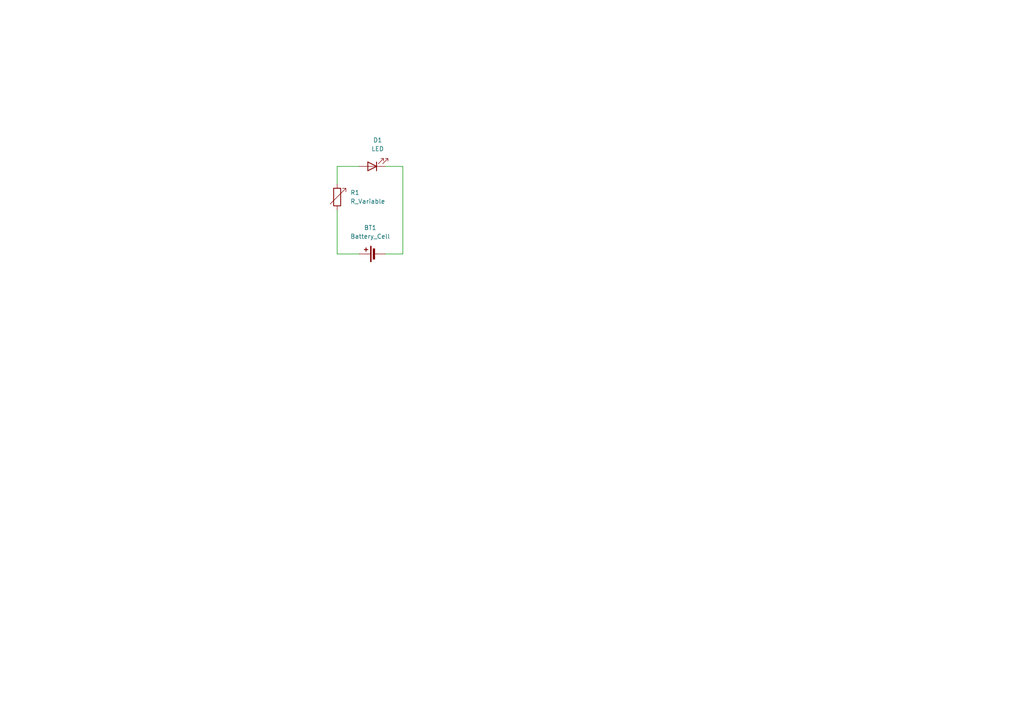
<source format=kicad_sch>
(kicad_sch (version 20231120) (generator "eeschema") (generator_version "8.0")
  (paper "A4")
  (lib_symbols
    (symbol "Device:Battery_Cell" (pin_numbers hide) (pin_names (offset 0) hide)
      (property "Reference" "BT" (at 2.54 2.54 0))
      (property "Value" "Battery_Cell" (at 2.54 0 0))
      (symbol "Battery_Cell_0_1"
        (rectangle (start -2.286 1.778) (end 2.286 1.524) (fill (type outline)))
        (rectangle (start -1.524 1.016) (end 1.524 0.508) (fill (type outline)))
        (polyline (pts (xy 0 0.762) (xy 0 0)))
        (polyline (pts (xy 0 1.778) (xy 0 2.54)))
        (polyline (pts (xy 0.762 3.048) (xy 1.778 3.048)) (stroke (width 0.254)))
        (polyline (pts (xy 1.27 3.556) (xy 1.27 2.54)) (stroke (width 0.254)))
      )
      (symbol "Battery_Cell_1_1"
        (pin passive line (at 0 5.08 270) (length 2.54) (name "+") (number "1"))
        (pin passive line (at 0 -2.54 90) (length 2.54) (name "-") (number "2"))
      )
    )
    (symbol "Device:LED" (pin_numbers hide) (pin_names (offset 1.016) hide)
      (property "Reference" "D" (at 0 2.54 0))
      (property "Value" "LED" (at 0 -2.54 0))
      (symbol "LED_0_1"
        (polyline (pts (xy -1.27 -1.27) (xy -1.27 1.27)) (stroke (width 0.254)))
        (polyline (pts (xy -1.27 0) (xy 1.27 0)))
        (polyline (pts (xy 1.27 -1.27) (xy 1.27 1.27) (xy -1.27 0) (xy 1.27 -1.27)) (stroke (width 0.254)))
        (polyline (pts (xy -3.048 -0.762) (xy -4.572 -2.286) (xy -3.81 -2.286) (xy -4.572 -2.286) (xy -4.572 -1.524)))
        (polyline (pts (xy -1.778 -0.762) (xy -3.302 -2.286) (xy -2.54 -2.286) (xy -3.302 -2.286) (xy -3.302 -1.524)))
      )
      (symbol "LED_1_1"
        (pin passive line (at -3.81 0 0) (length 2.54) (name "K") (number "1"))
        (pin passive line (at 3.81 0 180) (length 2.54) (name "A") (number "2"))
      )
    )
    (symbol "Device:R_Variable" (pin_numbers hide) (pin_names (offset 0))
      (property "Reference" "R" (at 2.54 -2.54 90))
      (property "Value" "R_Variable" (at -2.54 -1.27 90))
      (symbol "R_Variable_0_1"
        (rectangle (start -1.016 -2.54) (end 1.016 2.54) (stroke (width 0.254)))
        (polyline (pts (xy 2.54 1.524) (xy 2.54 2.54) (xy 1.524 2.54) (xy 2.54 2.54) (xy -2.032 -2.032)))
      )
      (symbol "R_Variable_1_1"
        (pin passive line (at 0 3.81 270) (length 1.27) (name "~") (number "1"))
        (pin passive line (at 0 -3.81 90) (length 1.27) (name "~") (number "2"))
      )
    )
  )
  (wire (pts (xy 97.79 53.34) (xy 97.79 48.26)))
  (wire (pts (xy 97.79 48.26) (xy 104.14 48.26)))
  (wire (pts (xy 116.84 48.26) (xy 116.84 73.66)))
  (wire (pts (xy 97.79 73.66) (xy 97.79 60.96)))
  (wire (pts (xy 111.76 48.26) (xy 116.84 48.26)))
  (wire (pts (xy 116.84 73.66) (xy 111.76 73.66)))
  (wire (pts (xy 104.14 73.66) (xy 97.79 73.66)))
  (symbol (lib_id "Device:R_Variable") (at 97.79 57.15 0) (unit 1)
    (property "Reference" "R1" (at 101.6 55.8799 0) (effects (justify left)))
    (property "Value" "R_Variable" (at 101.6 58.4199 0) (effects (justify left)))
    (property "Footprint" "CHAIR:Humidity_Sensor_Printed_Electronics" (effects (hide yes)))
    (property "Description" "Variable resistor" (effects (hide yes)))
  )
  (symbol (lib_id "Device:Battery_Cell") (at 109.22 73.66 90) (unit 1)
    (property "Reference" "BT1" (at 107.3785 66.04 90))
    (property "Value" "Battery_Cell" (at 107.3785 68.58 90))
    (property "Footprint" "Battery:BatteryHolder_Keystone_3002_1x2032" (effects (hide yes)))
    (property "Description" "Single-cell battery" (effects (hide yes)))
  )
  (symbol (lib_id "Device:LED") (at 107.95 48.26 180) (unit 1)
    (property "Reference" "D1" (at 109.5375 40.64 0))
    (property "Value" "LED" (at 109.5375 43.18 0))
    (property "Footprint" "LED_THT:LED_D3.0mm_Horizontal_O1.27mm_Z2.0mm" (effects (hide yes)))
    (property "Description" "Light emitting diode" (effects (hide yes)))
  )
)
</source>
